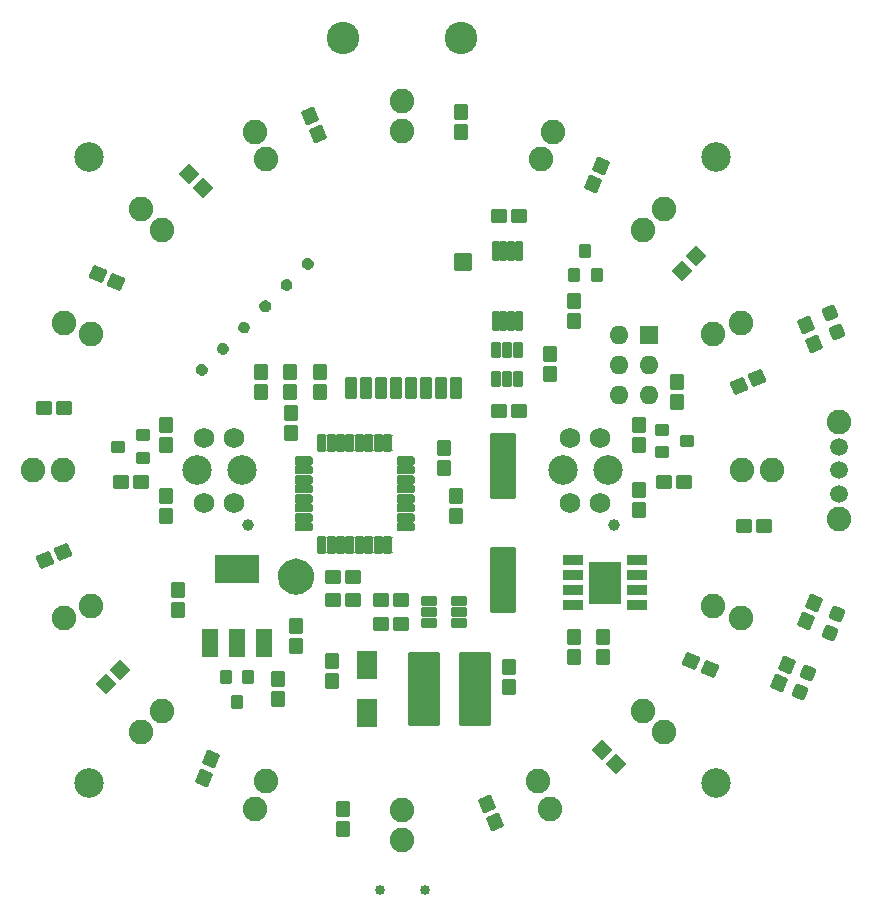
<source format=gbr>
%TF.GenerationSoftware,KiCad,Pcbnew,(6.0.4-0)*%
%TF.CreationDate,2022-11-18T01:13:13+01:00*%
%TF.ProjectId,iO_Atletehe_rev1,694f5f41-746c-4657-9465-68655f726576,rev?*%
%TF.SameCoordinates,Original*%
%TF.FileFunction,Soldermask,Top*%
%TF.FilePolarity,Negative*%
%FSLAX46Y46*%
G04 Gerber Fmt 4.6, Leading zero omitted, Abs format (unit mm)*
G04 Created by KiCad (PCBNEW (6.0.4-0)) date 2022-11-18 01:13:13*
%MOMM*%
%LPD*%
G01*
G04 APERTURE LIST*
G04 Aperture macros list*
%AMRoundRect*
0 Rectangle with rounded corners*
0 $1 Rounding radius*
0 $2 $3 $4 $5 $6 $7 $8 $9 X,Y pos of 4 corners*
0 Add a 4 corners polygon primitive as box body*
4,1,4,$2,$3,$4,$5,$6,$7,$8,$9,$2,$3,0*
0 Add four circle primitives for the rounded corners*
1,1,$1+$1,$2,$3*
1,1,$1+$1,$4,$5*
1,1,$1+$1,$6,$7*
1,1,$1+$1,$8,$9*
0 Add four rect primitives between the rounded corners*
20,1,$1+$1,$2,$3,$4,$5,0*
20,1,$1+$1,$4,$5,$6,$7,0*
20,1,$1+$1,$6,$7,$8,$9,0*
20,1,$1+$1,$8,$9,$2,$3,0*%
G04 Aperture macros list end*
%ADD10RoundRect,0.101600X0.500000X-0.550000X0.500000X0.550000X-0.500000X0.550000X-0.500000X-0.550000X0*%
%ADD11O,1.600000X1.600000*%
%ADD12R,1.600000X1.600000*%
%ADD13RoundRect,0.101600X-0.742462X0.035355X0.035355X-0.742462X0.742462X-0.035355X-0.035355X0.742462X0*%
%ADD14RoundRect,0.101600X-0.500000X0.550000X-0.500000X-0.550000X0.500000X-0.550000X0.500000X0.550000X0*%
%ADD15RoundRect,0.101600X0.635000X0.279400X-0.635000X0.279400X-0.635000X-0.279400X0.635000X-0.279400X0*%
%ADD16RoundRect,0.101600X0.279400X0.635000X-0.279400X0.635000X-0.279400X-0.635000X0.279400X-0.635000X0*%
%ADD17RoundRect,0.101600X-0.400000X-0.450000X0.400000X-0.450000X0.400000X0.450000X-0.400000X0.450000X0*%
%ADD18RoundRect,0.101600X0.672416X-0.316792X0.251464X0.699475X-0.672416X0.316792X-0.251464X-0.699475X0*%
%ADD19RoundRect,0.101600X-0.762500X-0.350000X0.762500X-0.350000X0.762500X0.350000X-0.762500X0.350000X0*%
%ADD20RoundRect,0.101600X1.256500X-1.701000X1.256500X1.701000X-1.256500X1.701000X-1.256500X-1.701000X0*%
%ADD21C,2.082800*%
%ADD22RoundRect,0.101600X0.550000X0.500000X-0.550000X0.500000X-0.550000X-0.500000X0.550000X-0.500000X0*%
%ADD23RoundRect,0.101600X-0.672416X0.316792X-0.251464X-0.699475X0.672416X-0.316792X0.251464X0.699475X0*%
%ADD24RoundRect,0.101600X-0.550000X-0.500000X0.550000X-0.500000X0.550000X0.500000X-0.550000X0.500000X0*%
%ADD25RoundRect,0.101600X-0.225000X0.737500X-0.225000X-0.737500X0.225000X-0.737500X0.225000X0.737500X0*%
%ADD26RoundRect,0.251600X-0.457297X-0.189419X0.189419X-0.457297X0.457297X0.189419X-0.189419X0.457297X0*%
%ADD27RoundRect,0.101600X-0.251464X0.699475X-0.672416X-0.316792X0.251464X-0.699475X0.672416X0.316792X0*%
%ADD28C,2.499990*%
%ADD29RoundRect,0.251600X-0.189419X-0.457297X0.457297X-0.189419X0.189419X0.457297X-0.457297X0.189419X0*%
%ADD30RoundRect,0.101600X-0.775000X1.100000X-0.775000X-1.100000X0.775000X-1.100000X0.775000X1.100000X0*%
%ADD31C,2.500009*%
%ADD32RoundRect,0.101600X0.450000X-0.400000X0.450000X0.400000X-0.450000X0.400000X-0.450000X-0.400000X0*%
%ADD33RoundRect,0.101600X-0.450000X0.400000X-0.450000X-0.400000X0.450000X-0.400000X0.450000X0.400000X0*%
%ADD34C,2.500000*%
%ADD35C,1.000000*%
%ADD36C,1.753200*%
%ADD37RoundRect,0.101600X-0.600000X-0.300000X0.600000X-0.300000X0.600000X0.300000X-0.600000X0.300000X0*%
%ADD38RoundRect,0.101600X0.742462X-0.035355X-0.035355X0.742462X-0.742462X0.035355X0.035355X-0.742462X0*%
%ADD39RoundRect,0.101600X-0.699475X-0.251464X0.316792X-0.672416X0.699475X0.251464X-0.316792X0.672416X0*%
%ADD40RoundRect,0.101600X0.251464X-0.699475X0.672416X0.316792X-0.251464X0.699475X-0.672416X-0.316792X0*%
%ADD41RoundRect,0.101600X0.035355X0.742462X-0.742462X-0.035355X-0.035355X-0.742462X0.742462X0.035355X0*%
%ADD42RoundRect,0.101600X-0.316792X-0.672416X0.699475X-0.251464X0.316792X0.672416X-0.699475X0.251464X0*%
%ADD43RoundRect,0.101600X1.250000X-3.000000X1.250000X3.000000X-1.250000X3.000000X-1.250000X-3.000000X0*%
%ADD44RoundRect,0.251600X0.457297X0.189419X-0.189419X0.457297X-0.457297X-0.189419X0.189419X-0.457297X0*%
%ADD45RoundRect,0.101600X-0.965200X2.667000X-0.965200X-2.667000X0.965200X-2.667000X0.965200X2.667000X0*%
%ADD46RoundRect,0.101600X0.400000X0.450000X-0.400000X0.450000X-0.400000X-0.450000X0.400000X-0.450000X0*%
%ADD47RoundRect,0.101600X0.316792X0.672416X-0.699475X0.251464X-0.316792X-0.672416X0.699475X-0.251464X0*%
%ADD48RoundRect,0.101600X0.699475X0.251464X-0.316792X0.672416X-0.699475X-0.251464X0.316792X-0.672416X0*%
%ADD49RoundRect,0.101600X-0.300000X0.600000X-0.300000X-0.600000X0.300000X-0.600000X0.300000X0.600000X0*%
%ADD50RoundRect,0.101600X0.406400X-0.838200X0.406400X0.838200X-0.406400X0.838200X-0.406400X-0.838200X0*%
%ADD51RoundRect,0.101600X0.654000X-0.654000X0.654000X0.654000X-0.654000X0.654000X-0.654000X-0.654000X0*%
%ADD52RoundRect,0.101600X-0.035355X-0.742462X0.742462X0.035355X0.035355X0.742462X-0.742462X-0.035355X0*%
%ADD53RoundRect,0.101600X-0.609600X-1.117600X0.609600X-1.117600X0.609600X1.117600X-0.609600X1.117600X0*%
%ADD54RoundRect,0.101600X-1.800000X-1.100000X1.800000X-1.100000X1.800000X1.100000X-1.800000X1.100000X0*%
%ADD55C,0.850000*%
%ADD56C,2.743200*%
%ADD57C,1.503200*%
%ADD58C,2.078200*%
G04 APERTURE END LIST*
%TO.C,J2*%
G36*
X140571890Y-87024476D02*
G01*
X140830749Y-87161932D01*
X140800969Y-87218013D01*
X140852654Y-87181126D01*
X140938136Y-87300903D01*
X140985443Y-87450826D01*
X140984097Y-87608031D01*
X140934232Y-87757124D01*
X140846713Y-87875420D01*
X140795669Y-87837655D01*
X140834185Y-87888135D01*
X140718117Y-87976696D01*
X140570871Y-88028380D01*
X140409672Y-88032147D01*
X140140210Y-87902664D01*
X140038140Y-87769318D01*
X139983977Y-87615795D01*
X139979778Y-87447864D01*
X140115187Y-87164834D01*
X140252238Y-87068759D01*
X140405956Y-87021670D01*
X140571890Y-87024476D01*
G37*
G36*
X131591634Y-96004732D02*
G01*
X131850493Y-96142188D01*
X131820713Y-96198269D01*
X131872398Y-96161382D01*
X131957880Y-96281159D01*
X132005187Y-96431082D01*
X132003841Y-96588287D01*
X131953976Y-96737380D01*
X131866457Y-96855676D01*
X131815415Y-96817913D01*
X131853929Y-96868391D01*
X131737862Y-96956952D01*
X131590615Y-97008635D01*
X131429418Y-97012403D01*
X131159954Y-96882920D01*
X131057884Y-96749574D01*
X131003721Y-96596051D01*
X130999522Y-96428121D01*
X131134931Y-96145090D01*
X131271982Y-96049015D01*
X131425700Y-96001926D01*
X131591634Y-96004732D01*
G37*
G36*
X133387685Y-94208681D02*
G01*
X133646544Y-94346137D01*
X133616764Y-94402218D01*
X133668449Y-94365331D01*
X133753932Y-94485108D01*
X133801238Y-94635031D01*
X133799892Y-94792235D01*
X133750027Y-94941329D01*
X133662508Y-95059625D01*
X133611464Y-95021860D01*
X133649980Y-95072340D01*
X133533912Y-95160901D01*
X133386666Y-95212585D01*
X133225468Y-95216352D01*
X132956005Y-95086869D01*
X132853935Y-94953523D01*
X132799772Y-94800000D01*
X132795574Y-94632069D01*
X132930982Y-94349039D01*
X133068033Y-94252964D01*
X133221751Y-94205875D01*
X133387685Y-94208681D01*
G37*
G36*
X135183736Y-92412629D02*
G01*
X135442595Y-92550085D01*
X135412815Y-92606167D01*
X135464501Y-92569280D01*
X135549983Y-92689057D01*
X135597289Y-92838980D01*
X135595943Y-92996184D01*
X135546078Y-93145278D01*
X135458560Y-93263574D01*
X135407515Y-93225809D01*
X135446031Y-93276289D01*
X135329964Y-93364850D01*
X135182717Y-93416534D01*
X135021519Y-93420300D01*
X134752056Y-93290818D01*
X134649987Y-93157472D01*
X134595824Y-93003949D01*
X134591625Y-92836018D01*
X134727034Y-92552988D01*
X134864084Y-92456913D01*
X135017802Y-92409824D01*
X135183736Y-92412629D01*
G37*
G36*
X138775839Y-88820527D02*
G01*
X139034698Y-88957983D01*
X139004918Y-89014064D01*
X139056603Y-88977177D01*
X139142085Y-89096954D01*
X139189391Y-89246877D01*
X139188046Y-89404082D01*
X139138181Y-89553175D01*
X139050662Y-89671471D01*
X138999617Y-89633706D01*
X139038134Y-89684187D01*
X138922066Y-89772747D01*
X138774820Y-89824431D01*
X138613621Y-89828198D01*
X138344158Y-89698715D01*
X138242089Y-89565369D01*
X138187926Y-89411846D01*
X138183727Y-89243916D01*
X138319136Y-88960886D01*
X138456187Y-88864810D01*
X138609905Y-88817721D01*
X138775839Y-88820527D01*
G37*
G36*
X136979787Y-90616578D02*
G01*
X137238646Y-90754034D01*
X137208867Y-90810115D01*
X137260552Y-90773229D01*
X137346034Y-90893005D01*
X137393340Y-91042928D01*
X137391995Y-91200133D01*
X137342129Y-91349226D01*
X137254611Y-91467523D01*
X137203566Y-91429757D01*
X137242082Y-91480238D01*
X137126015Y-91568799D01*
X136978768Y-91620482D01*
X136817570Y-91624249D01*
X136548107Y-91494767D01*
X136446038Y-91361420D01*
X136391875Y-91207898D01*
X136387676Y-91039967D01*
X136523085Y-90756937D01*
X136660136Y-90660862D01*
X136813853Y-90613772D01*
X136979787Y-90616578D01*
G37*
%TO.C,RST0*%
G36*
X139766910Y-112496117D02*
G01*
X140024643Y-112565177D01*
X140266469Y-112677942D01*
X140485040Y-112830987D01*
X140673713Y-113019660D01*
X140826758Y-113238231D01*
X140939523Y-113480057D01*
X141008583Y-113737790D01*
X141031838Y-114003600D01*
X141008583Y-114269410D01*
X140939523Y-114527143D01*
X140826758Y-114768969D01*
X140673713Y-114987540D01*
X140485040Y-115176213D01*
X140266469Y-115329258D01*
X140024643Y-115442023D01*
X139766910Y-115511083D01*
X139501100Y-115534338D01*
X139235290Y-115511083D01*
X138977557Y-115442023D01*
X138735731Y-115329258D01*
X138517160Y-115176213D01*
X138328487Y-114987540D01*
X138175442Y-114768969D01*
X138060780Y-114523076D01*
X137969971Y-114008070D01*
X137993617Y-113737790D01*
X138062677Y-113480057D01*
X138175442Y-113238231D01*
X138328487Y-113019660D01*
X138517160Y-112830987D01*
X138735731Y-112677942D01*
X138977557Y-112565177D01*
X139235290Y-112496117D01*
X139501100Y-112472862D01*
X139766910Y-112496117D01*
G37*
%TD*%
D10*
%TO.C,R34*%
X171754800Y-99198800D03*
X171754800Y-97498800D03*
%TD*%
D11*
%TO.C,J3*%
X166827200Y-93573600D03*
D12*
X169367200Y-93573600D03*
D11*
X166827200Y-96113600D03*
X169367200Y-96113600D03*
X166827200Y-98653600D03*
X169367200Y-98653600D03*
%TD*%
D10*
%TO.C,C2*%
X139081100Y-101843600D03*
X139081100Y-100143600D03*
%TD*%
D13*
%TO.C,R20*%
X165400059Y-128652559D03*
X166602141Y-129854641D03*
%TD*%
D14*
%TO.C,R1*%
X163001100Y-119153600D03*
X163001100Y-120853600D03*
%TD*%
D15*
%TO.C,U1*%
X148793700Y-109803600D03*
X148793700Y-109003600D03*
X148793700Y-108203600D03*
X148793700Y-107403600D03*
X148793700Y-106603600D03*
X148793700Y-105803600D03*
X148793700Y-105003600D03*
X148793700Y-104203600D03*
D16*
X147301100Y-102711000D03*
X146501100Y-102711000D03*
X145701100Y-102711000D03*
X144901100Y-102711000D03*
X144101100Y-102711000D03*
X143301100Y-102711000D03*
X142501100Y-102711000D03*
X141701100Y-102711000D03*
D15*
X140208500Y-104203600D03*
X140208500Y-105003600D03*
X140208500Y-105803600D03*
X140208500Y-106603600D03*
X140208500Y-107403600D03*
X140208500Y-108203600D03*
X140208500Y-109003600D03*
X140208500Y-109803600D03*
D16*
X141701100Y-111296200D03*
X142501100Y-111296200D03*
X143301100Y-111296200D03*
X144101100Y-111296200D03*
X144901100Y-111296200D03*
X145701100Y-111296200D03*
X146501100Y-111296200D03*
X147301100Y-111296200D03*
%TD*%
D17*
%TO.C,Q2*%
X163051100Y-88503600D03*
X164951100Y-88503600D03*
X164001100Y-86403600D03*
%TD*%
D18*
%TO.C,R29*%
X141326381Y-76538898D03*
X140675819Y-74968302D03*
%TD*%
D14*
%TO.C,R22*%
X143501100Y-133653600D03*
X143501100Y-135353600D03*
%TD*%
D19*
%TO.C,IC1*%
X162959100Y-112618600D03*
X162959100Y-113888600D03*
X162959100Y-115158600D03*
X162959100Y-116428600D03*
X168383100Y-116428600D03*
X168383100Y-115158600D03*
X168383100Y-113888600D03*
X168383100Y-112618600D03*
D20*
X165671100Y-114523600D03*
%TD*%
D21*
%TO.C,D6*%
X177231100Y-105003600D03*
X179771100Y-105003600D03*
%TD*%
%TO.C,D8*%
X168853074Y-125355574D03*
X170649126Y-127151626D03*
%TD*%
%TO.C,D11*%
X136987108Y-131330273D03*
X136015092Y-133676927D03*
%TD*%
D14*
%TO.C,R32*%
X138001100Y-122653600D03*
X138001100Y-124353600D03*
%TD*%
D22*
%TO.C,R9*%
X148351100Y-116003600D03*
X146651100Y-116003600D03*
%TD*%
D14*
%TO.C,C9*%
X153001100Y-107153600D03*
X153001100Y-108853600D03*
%TD*%
D23*
%TO.C,R21*%
X155675819Y-133218302D03*
X156326381Y-134788898D03*
%TD*%
D21*
%TO.C,D12*%
X128149126Y-125355574D03*
X126353074Y-127151626D03*
%TD*%
D24*
%TO.C,R6*%
X142651100Y-116003600D03*
X144351100Y-116003600D03*
%TD*%
D25*
%TO.C,Q1*%
X158336100Y-86465600D03*
X157686100Y-86465600D03*
X157036100Y-86465600D03*
X156386100Y-86465600D03*
X156386100Y-92341600D03*
X157036100Y-92341600D03*
X157686100Y-92341600D03*
X158336100Y-92341600D03*
%TD*%
D10*
%TO.C,R5*%
X161001100Y-96853600D03*
X161001100Y-95153600D03*
%TD*%
D26*
%TO.C,RED0*%
X184665487Y-118813842D03*
X185336713Y-117193358D03*
%TD*%
D23*
%TO.C,R7*%
X182675819Y-92718302D03*
X183326381Y-94288898D03*
%TD*%
D21*
%TO.C,D16*%
X128149126Y-84651626D03*
X126353074Y-82855574D03*
%TD*%
D24*
%TO.C,R4*%
X156651100Y-100003600D03*
X158351100Y-100003600D03*
%TD*%
D10*
%TO.C,C10*%
X152001100Y-104853600D03*
X152001100Y-103153600D03*
%TD*%
D24*
%TO.C,R8*%
X146651100Y-118003600D03*
X148351100Y-118003600D03*
%TD*%
D21*
%TO.C,D7*%
X174827773Y-116517592D03*
X177174427Y-117489608D03*
%TD*%
D27*
%TO.C,R3*%
X183326381Y-116218302D03*
X182675819Y-117788898D03*
%TD*%
D21*
%TO.C,D13*%
X122174427Y-116517592D03*
X119827773Y-117489608D03*
%TD*%
D10*
%TO.C,R12*%
X168501100Y-108353600D03*
X168501100Y-106653600D03*
%TD*%
D28*
%TO.C,@HOLE0*%
X121984596Y-131520104D03*
%TD*%
D14*
%TO.C,C11*%
X136501100Y-96653600D03*
X136501100Y-98353600D03*
%TD*%
D29*
%TO.C,BLUE0*%
X185336713Y-93313842D03*
X184665487Y-91693358D03*
%TD*%
D27*
%TO.C,R23*%
X132326381Y-129468302D03*
X131675819Y-131038898D03*
%TD*%
D30*
%TO.C,D1*%
X145501100Y-121453600D03*
X145501100Y-125553600D03*
%TD*%
D31*
%TO.C,@HOLE2*%
X175017603Y-131520104D03*
%TD*%
D21*
%TO.C,D17*%
X136987108Y-78676927D03*
X136015092Y-76330273D03*
%TD*%
%TO.C,D14*%
X119771100Y-105003600D03*
X117231100Y-105003600D03*
%TD*%
D10*
%TO.C,C8*%
X129501100Y-116853600D03*
X129501100Y-115153600D03*
%TD*%
D32*
%TO.C,Q5*%
X126501100Y-103953600D03*
X126501100Y-102053600D03*
X124401100Y-103003600D03*
%TD*%
D33*
%TO.C,Q3*%
X170501100Y-101553600D03*
X170501100Y-103453600D03*
X172601100Y-102503600D03*
%TD*%
D10*
%TO.C,C7*%
X139501100Y-119853600D03*
X139501100Y-118153600D03*
%TD*%
D22*
%TO.C,R33*%
X126351100Y-106003600D03*
X124651100Y-106003600D03*
%TD*%
D21*
%TO.C,D15*%
X122174427Y-93489608D03*
X119827773Y-92517592D03*
%TD*%
D34*
%TO.C,IC4*%
X165901100Y-105003600D03*
D35*
X166451100Y-109653600D03*
D34*
X162101100Y-105003600D03*
D36*
X162731100Y-107753600D03*
X165271100Y-107753600D03*
X165271100Y-102253600D03*
X162731100Y-102253600D03*
%TD*%
D37*
%TO.C,U2*%
X150751100Y-116053600D03*
X150751100Y-117003600D03*
X150751100Y-117953600D03*
X153251100Y-117953600D03*
X153251100Y-117003600D03*
X153251100Y-116053600D03*
%TD*%
D21*
%TO.C,D3*%
X160265092Y-78676927D03*
X161237108Y-76330273D03*
%TD*%
D38*
%TO.C,R28*%
X131602141Y-81104641D03*
X130400059Y-79902559D03*
%TD*%
D22*
%TO.C,R26*%
X119851100Y-99753600D03*
X118151100Y-99753600D03*
%TD*%
D39*
%TO.C,R19*%
X172965802Y-121178319D03*
X174536398Y-121828881D03*
%TD*%
D40*
%TO.C,R15*%
X164675819Y-80788898D03*
X165326381Y-79218302D03*
%TD*%
D14*
%TO.C,R10*%
X168501100Y-101153600D03*
X168501100Y-102853600D03*
%TD*%
D21*
%TO.C,D10*%
X148501100Y-133733600D03*
X148501100Y-136273600D03*
%TD*%
%TO.C,D4*%
X168853074Y-84651626D03*
X170649126Y-82855574D03*
%TD*%
D24*
%TO.C,R18*%
X177401100Y-109753600D03*
X179101100Y-109753600D03*
%TD*%
D41*
%TO.C,R24*%
X124602141Y-121902559D03*
X123400059Y-123104641D03*
%TD*%
D42*
%TO.C,R17*%
X176965802Y-97828881D03*
X178536398Y-97178319D03*
%TD*%
D10*
%TO.C,C5*%
X157501100Y-123353600D03*
X157501100Y-121653600D03*
%TD*%
D43*
%TO.C,L2*%
X150326100Y-123503600D03*
X154626100Y-123503600D03*
%TD*%
D44*
%TO.C,GREEN0*%
X182836713Y-122193358D03*
X182165487Y-123813842D03*
%TD*%
D14*
%TO.C,C1*%
X165501100Y-119153600D03*
X165501100Y-120853600D03*
%TD*%
D45*
%TO.C,Y1*%
X157001100Y-104677600D03*
X157001100Y-114329600D03*
%TD*%
D28*
%TO.C,@HOLE3*%
X121984596Y-78487097D03*
%TD*%
D24*
%TO.C,C3*%
X142651100Y-114003600D03*
X144351100Y-114003600D03*
%TD*%
D46*
%TO.C,Q4*%
X135451100Y-122503600D03*
X133551100Y-122503600D03*
X134501100Y-124603600D03*
%TD*%
D14*
%TO.C,C13*%
X139001100Y-96653600D03*
X139001100Y-98353600D03*
%TD*%
D10*
%TO.C,R13*%
X128501100Y-108853600D03*
X128501100Y-107153600D03*
%TD*%
D24*
%TO.C,C4*%
X156651100Y-83503600D03*
X158351100Y-83503600D03*
%TD*%
D21*
%TO.C,D9*%
X160015092Y-131330273D03*
X160987108Y-133676927D03*
%TD*%
D47*
%TO.C,R25*%
X119786398Y-111928319D03*
X118215802Y-112578881D03*
%TD*%
D10*
%TO.C,R11*%
X128501100Y-102853600D03*
X128501100Y-101153600D03*
%TD*%
D48*
%TO.C,R27*%
X124286398Y-89078881D03*
X122715802Y-88428319D03*
%TD*%
D10*
%TO.C,R14*%
X153501100Y-76353600D03*
X153501100Y-74653600D03*
%TD*%
D49*
%TO.C,IC2*%
X158311100Y-94813600D03*
X157361100Y-94813600D03*
X156411100Y-94813600D03*
X156411100Y-97313600D03*
X157361100Y-97313600D03*
X158311100Y-97313600D03*
%TD*%
D50*
%TO.C,U$2*%
X144111100Y-98003600D03*
X146651100Y-98003600D03*
X147921100Y-98003600D03*
X145381100Y-98003600D03*
D51*
X153626100Y-87378600D03*
D50*
X153001100Y-98003600D03*
X151731100Y-98003600D03*
X150461100Y-98003600D03*
X149191100Y-98003600D03*
%TD*%
D52*
%TO.C,R16*%
X172150059Y-88104641D03*
X173352141Y-86902559D03*
%TD*%
D53*
%TO.C,U$1*%
X132189700Y-119602400D03*
X134501100Y-119602400D03*
X136812500Y-119602400D03*
D54*
X134501100Y-113404600D03*
%TD*%
D14*
%TO.C,C12*%
X141501100Y-96653600D03*
X141501100Y-98353600D03*
%TD*%
D31*
%TO.C,@HOLE1*%
X175017603Y-78487097D03*
%TD*%
D40*
%TO.C,R2*%
X180425819Y-123038898D03*
X181076381Y-121468302D03*
%TD*%
D35*
%TO.C,IC3*%
X135451100Y-109653600D03*
D34*
X131101100Y-105003600D03*
X134901100Y-105003600D03*
D36*
X131731100Y-107753600D03*
X134271100Y-107753600D03*
X134271100Y-102253600D03*
X131731100Y-102253600D03*
%TD*%
D21*
%TO.C,D5*%
X174827773Y-93489608D03*
X177174427Y-92517592D03*
%TD*%
D10*
%TO.C,R30*%
X163001100Y-92353600D03*
X163001100Y-90653600D03*
%TD*%
D21*
%TO.C,D2*%
X148501100Y-76273600D03*
X148501100Y-73733600D03*
%TD*%
D14*
%TO.C,C6*%
X142501100Y-121153600D03*
X142501100Y-122853600D03*
%TD*%
D24*
%TO.C,R31*%
X170651100Y-106003600D03*
X172351100Y-106003600D03*
%TD*%
D55*
%TO.C,J1*%
X146601100Y-140553600D03*
X150401100Y-140553600D03*
%TD*%
D56*
%TO.C,BT2*%
X153471100Y-68403600D03*
X143471100Y-68403600D03*
%TD*%
D57*
%TO.C,S1*%
X185501100Y-103003600D03*
X185501100Y-105003600D03*
X185501100Y-107003600D03*
D58*
X185501100Y-100903600D03*
X185501100Y-109103600D03*
%TD*%
M02*

</source>
